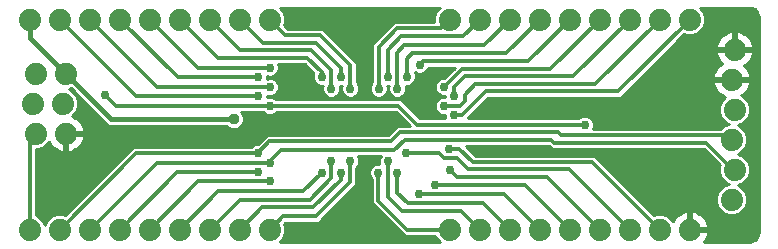
<source format=gbl>
G75*
G70*
%OFA0B0*%
%FSLAX24Y24*%
%IPPOS*%
%LPD*%
%AMOC8*
5,1,8,0,0,1.08239X$1,22.5*
%
%ADD10C,0.0740*%
%ADD11C,0.0376*%
%ADD12C,0.0160*%
%ADD13C,0.0100*%
%ADD14C,0.0300*%
%ADD15C,0.0120*%
D10*
X002150Y001650D03*
X003150Y001650D03*
X004150Y001650D03*
X005150Y001650D03*
X006150Y001650D03*
X007150Y001650D03*
X008150Y001650D03*
X009150Y001650D03*
X010150Y001650D03*
X016150Y001650D03*
X017150Y001650D03*
X018150Y001650D03*
X019150Y001650D03*
X020150Y001650D03*
X021150Y001650D03*
X022150Y001650D03*
X023150Y001650D03*
X024150Y001650D03*
X025550Y002650D03*
X025650Y003650D03*
X025550Y004650D03*
X025650Y005650D03*
X025550Y006650D03*
X025650Y007650D03*
X024150Y008650D03*
X023150Y008650D03*
X022150Y008650D03*
X021150Y008650D03*
X020150Y008650D03*
X019150Y008650D03*
X018150Y008650D03*
X017150Y008650D03*
X016150Y008650D03*
X010150Y008650D03*
X009150Y008650D03*
X008150Y008650D03*
X007150Y008650D03*
X006150Y008650D03*
X005150Y008650D03*
X004150Y008650D03*
X003150Y008650D03*
X002150Y008650D03*
X002350Y006850D03*
X003350Y006850D03*
X003250Y005850D03*
X002250Y005850D03*
X002350Y004850D03*
X003350Y004850D03*
D11*
X004650Y004640D03*
X004650Y004140D03*
X008950Y005330D03*
X013650Y005150D03*
X014150Y005150D03*
X018150Y005650D03*
X018650Y005650D03*
X011650Y001650D03*
X011150Y001650D03*
D12*
X008950Y005330D02*
X004870Y005330D01*
X003350Y006850D01*
X002150Y008050D01*
X002150Y008650D01*
D13*
X003450Y006330D02*
X003453Y006330D01*
X003518Y006357D01*
X004640Y005235D01*
X004775Y005100D01*
X008702Y005100D01*
X008758Y005043D01*
X008883Y004992D01*
X009017Y004992D01*
X009142Y005043D01*
X009237Y005138D01*
X009288Y005263D01*
X009288Y005397D01*
X009237Y005522D01*
X009198Y005560D01*
X009936Y005560D01*
X009980Y005516D01*
X010090Y005470D01*
X010210Y005470D01*
X010320Y005516D01*
X010374Y005570D01*
X014353Y005570D01*
X014823Y005100D01*
X014403Y005100D01*
X014103Y004800D01*
X010053Y004800D01*
X009753Y004500D01*
X009690Y004500D01*
X009580Y004454D01*
X009536Y004410D01*
X005613Y004410D01*
X005490Y004287D01*
X005490Y004287D01*
X003338Y002135D01*
X003338Y002135D01*
X003253Y002170D01*
X003047Y002170D01*
X002855Y002091D01*
X002709Y001945D01*
X002650Y001802D01*
X002591Y001945D01*
X002445Y002091D01*
X002360Y002126D01*
X002360Y004330D01*
X002453Y004330D01*
X002645Y004409D01*
X002791Y004555D01*
X002797Y004570D01*
X002820Y004525D01*
X002877Y004446D01*
X002946Y004377D01*
X003025Y004320D01*
X003112Y004275D01*
X003205Y004245D01*
X003300Y004230D01*
X003300Y004800D01*
X003400Y004800D01*
X003400Y004900D01*
X003970Y004900D01*
X003955Y004995D01*
X003925Y005088D01*
X003880Y005175D01*
X003823Y005254D01*
X003754Y005323D01*
X003675Y005380D01*
X003588Y005425D01*
X003567Y005431D01*
X003691Y005555D01*
X003770Y005747D01*
X003770Y005953D01*
X003691Y006145D01*
X003545Y006291D01*
X003450Y006330D01*
X003563Y006272D02*
X003603Y006272D01*
X003662Y006174D02*
X003701Y006174D01*
X003720Y006075D02*
X003800Y006075D01*
X003760Y005977D02*
X003898Y005977D01*
X003997Y005878D02*
X003770Y005878D01*
X003770Y005780D02*
X004095Y005780D01*
X004194Y005681D02*
X003743Y005681D01*
X003702Y005583D02*
X004292Y005583D01*
X004391Y005484D02*
X003619Y005484D01*
X003665Y005386D02*
X004489Y005386D01*
X004588Y005287D02*
X003790Y005287D01*
X003870Y005189D02*
X004686Y005189D01*
X003955Y004992D02*
X014295Y004992D01*
X014393Y005090D02*
X009188Y005090D01*
X009257Y005189D02*
X014735Y005189D01*
X014636Y005287D02*
X009288Y005287D01*
X009288Y005386D02*
X014538Y005386D01*
X014439Y005484D02*
X010243Y005484D01*
X010056Y005484D02*
X009252Y005484D01*
X008712Y005090D02*
X003924Y005090D01*
X003400Y004893D02*
X014196Y004893D01*
X015131Y005386D02*
X015996Y005386D01*
X015990Y005400D02*
X015990Y005470D01*
X015890Y005470D01*
X015780Y005516D01*
X015696Y005600D01*
X015650Y005710D01*
X015650Y005830D01*
X015696Y005940D01*
X015780Y006024D01*
X015890Y006070D01*
X015990Y006070D01*
X015990Y006110D01*
X015890Y006110D01*
X015780Y006156D01*
X015696Y006240D01*
X015650Y006350D01*
X015650Y006470D01*
X015696Y006580D01*
X015780Y006664D01*
X015890Y006710D01*
X015973Y006710D01*
X016313Y007050D01*
X015433Y007050D01*
X015404Y006980D01*
X015320Y006896D01*
X015210Y006850D01*
X015090Y006850D01*
X014985Y006894D01*
X015020Y006810D01*
X015020Y006690D01*
X014974Y006580D01*
X014890Y006496D01*
X014780Y006450D01*
X014683Y006450D01*
X014700Y006410D01*
X014700Y006290D01*
X014654Y006180D01*
X014570Y006096D01*
X014460Y006050D01*
X014340Y006050D01*
X014230Y006096D01*
X014146Y006180D01*
X014100Y006290D01*
X014100Y006410D01*
X014117Y006450D01*
X014063Y006450D01*
X014080Y006410D01*
X014080Y006290D01*
X014034Y006180D01*
X013950Y006096D01*
X013840Y006050D01*
X013720Y006050D01*
X013610Y006096D01*
X013526Y006180D01*
X013480Y006290D01*
X013480Y006410D01*
X013526Y006520D01*
X013570Y006564D01*
X013570Y007827D01*
X014200Y008457D01*
X014323Y008580D01*
X015630Y008580D01*
X015630Y008753D01*
X015709Y008945D01*
X015815Y009050D01*
X010485Y009050D01*
X010591Y008945D01*
X010670Y008753D01*
X010670Y008547D01*
X010635Y008462D01*
X010747Y008350D01*
X011907Y008350D01*
X012030Y008227D01*
X012030Y008227D01*
X013050Y007207D01*
X013050Y006564D01*
X013094Y006520D01*
X013140Y006410D01*
X013140Y006290D01*
X013094Y006180D01*
X013010Y006096D01*
X012900Y006050D01*
X012780Y006050D01*
X012670Y006096D01*
X012586Y006180D01*
X012540Y006290D01*
X012540Y006410D01*
X012557Y006450D01*
X012483Y006450D01*
X012500Y006410D01*
X012500Y006290D01*
X012454Y006180D01*
X012370Y006096D01*
X012260Y006050D01*
X012140Y006050D01*
X012030Y006096D01*
X011946Y006180D01*
X011900Y006290D01*
X011900Y006410D01*
X011917Y006450D01*
X011820Y006450D01*
X011710Y006496D01*
X011626Y006580D01*
X011580Y006690D01*
X011580Y006810D01*
X011607Y006876D01*
X011323Y007160D01*
X010425Y007160D01*
X010450Y007100D01*
X010450Y006980D01*
X010404Y006870D01*
X010320Y006786D01*
X010210Y006740D01*
X010090Y006740D01*
X010050Y006757D01*
X010050Y006683D01*
X010090Y006700D01*
X010210Y006700D01*
X010320Y006654D01*
X010404Y006570D01*
X010450Y006460D01*
X010450Y006340D01*
X010404Y006230D01*
X010320Y006146D01*
X010210Y006100D01*
X010090Y006100D01*
X010050Y006117D01*
X010050Y006053D01*
X010090Y006070D01*
X010210Y006070D01*
X010320Y006024D01*
X010354Y005990D01*
X014527Y005990D01*
X014650Y005867D01*
X015157Y005360D01*
X016007Y005360D01*
X015990Y005400D01*
X015856Y005484D02*
X015033Y005484D01*
X014934Y005583D02*
X015713Y005583D01*
X015662Y005681D02*
X014836Y005681D01*
X014737Y005780D02*
X015650Y005780D01*
X015670Y005878D02*
X014639Y005878D01*
X014540Y005977D02*
X015732Y005977D01*
X015762Y006174D02*
X014648Y006174D01*
X014692Y006272D02*
X015682Y006272D01*
X015650Y006371D02*
X014700Y006371D01*
X014826Y006469D02*
X015650Y006469D01*
X015691Y006568D02*
X014962Y006568D01*
X015010Y006666D02*
X015784Y006666D01*
X016028Y006765D02*
X015020Y006765D01*
X014998Y006863D02*
X015059Y006863D01*
X015241Y006863D02*
X016126Y006863D01*
X016225Y006962D02*
X015386Y006962D01*
X014100Y006371D02*
X014080Y006371D01*
X014072Y006272D02*
X014108Y006272D01*
X014152Y006174D02*
X014028Y006174D01*
X013900Y006075D02*
X014280Y006075D01*
X014520Y006075D02*
X015990Y006075D01*
X016969Y005583D02*
X025130Y005583D01*
X025130Y005547D02*
X025209Y005355D01*
X025355Y005209D01*
X025450Y005170D01*
X025447Y005170D01*
X025255Y005091D01*
X025165Y005000D01*
X020913Y005000D01*
X020950Y005090D01*
X025255Y005090D01*
X025405Y005189D02*
X020950Y005189D01*
X020950Y005210D02*
X020904Y005320D01*
X020820Y005404D01*
X020710Y005450D01*
X020590Y005450D01*
X020480Y005404D01*
X020436Y005360D01*
X016747Y005360D01*
X017437Y006050D01*
X021847Y006050D01*
X023962Y008165D01*
X024047Y008130D01*
X024253Y008130D01*
X024445Y008209D01*
X024591Y008355D01*
X024670Y008547D01*
X024670Y008753D01*
X024591Y008945D01*
X024485Y009050D01*
X026150Y009050D01*
X026209Y009044D01*
X026317Y008999D01*
X026399Y008917D01*
X026444Y008809D01*
X026450Y008750D01*
X026450Y001550D01*
X026444Y001491D01*
X026399Y001383D01*
X026317Y001301D01*
X026209Y001256D01*
X026150Y001250D01*
X024626Y001250D01*
X024680Y001325D01*
X024725Y001412D01*
X024755Y001505D01*
X024770Y001600D01*
X024200Y001600D01*
X024200Y001700D01*
X024100Y001700D01*
X024100Y002270D01*
X024005Y002255D01*
X023912Y002225D01*
X023825Y002180D01*
X023746Y002123D01*
X023677Y002054D01*
X023620Y001975D01*
X023597Y001930D01*
X023591Y001945D01*
X023445Y002091D01*
X023253Y002170D01*
X023047Y002170D01*
X022962Y002135D01*
X022962Y002135D01*
X020997Y004100D01*
X017017Y004100D01*
X016687Y004430D01*
X019453Y004430D01*
X019553Y004330D01*
X024623Y004330D01*
X025150Y003803D01*
X025130Y003753D01*
X025130Y003547D01*
X025209Y003355D01*
X025355Y003209D01*
X025450Y003170D01*
X025447Y003170D01*
X025255Y003091D01*
X025109Y002945D01*
X025030Y002753D01*
X025030Y002547D01*
X025109Y002355D01*
X025255Y002209D01*
X025447Y002130D01*
X025653Y002130D01*
X025845Y002209D01*
X025991Y002355D01*
X026070Y002547D01*
X026070Y002753D01*
X025991Y002945D01*
X025845Y003091D01*
X025750Y003130D01*
X025753Y003130D01*
X025945Y003209D01*
X026091Y003355D01*
X026170Y003547D01*
X026170Y003753D01*
X026091Y003945D01*
X025945Y004091D01*
X025753Y004170D01*
X025750Y004170D01*
X025845Y004209D01*
X025991Y004355D01*
X026070Y004547D01*
X026070Y004753D01*
X025991Y004945D01*
X025845Y005091D01*
X025750Y005130D01*
X025753Y005130D01*
X025945Y005209D01*
X026091Y005355D01*
X026170Y005547D01*
X026170Y005753D01*
X026091Y005945D01*
X025945Y006091D01*
X025875Y006120D01*
X025954Y006177D01*
X026023Y006246D01*
X026080Y006325D01*
X026125Y006412D01*
X026155Y006505D01*
X026170Y006600D01*
X025600Y006600D01*
X025600Y006700D01*
X026170Y006700D01*
X026155Y006795D01*
X026125Y006888D01*
X026080Y006975D01*
X026023Y007054D01*
X025963Y007114D01*
X025975Y007120D01*
X026054Y007177D01*
X026123Y007246D01*
X026180Y007325D01*
X026225Y007412D01*
X026255Y007505D01*
X026270Y007600D01*
X025700Y007600D01*
X025700Y007700D01*
X025600Y007700D01*
X025600Y008270D01*
X025505Y008255D01*
X025412Y008225D01*
X025325Y008180D01*
X025246Y008123D01*
X025177Y008054D01*
X025120Y007975D01*
X025075Y007888D01*
X025045Y007795D01*
X025030Y007700D01*
X025600Y007700D01*
X025600Y007600D01*
X025030Y007600D01*
X025045Y007505D01*
X025075Y007412D01*
X025120Y007325D01*
X025177Y007246D01*
X025237Y007186D01*
X025225Y007180D01*
X025146Y007123D01*
X025077Y007054D01*
X025020Y006975D01*
X024975Y006888D01*
X024945Y006795D01*
X024930Y006700D01*
X025500Y006700D01*
X025500Y006600D01*
X024930Y006600D01*
X024945Y006505D01*
X024975Y006412D01*
X025020Y006325D01*
X025077Y006246D01*
X025146Y006177D01*
X025225Y006120D01*
X025312Y006075D01*
X025333Y006069D01*
X025209Y005945D01*
X025130Y005753D01*
X025130Y005547D01*
X025156Y005484D02*
X016871Y005484D01*
X016772Y005386D02*
X020461Y005386D01*
X020839Y005386D02*
X025197Y005386D01*
X025278Y005287D02*
X020918Y005287D01*
X020950Y005210D02*
X020950Y005090D01*
X019483Y004401D02*
X016716Y004401D01*
X016815Y004302D02*
X024651Y004302D01*
X024750Y004204D02*
X016913Y004204D01*
X017012Y004105D02*
X024848Y004105D01*
X024947Y004007D02*
X021090Y004007D01*
X021189Y003908D02*
X025045Y003908D01*
X025144Y003810D02*
X021287Y003810D01*
X021386Y003711D02*
X025130Y003711D01*
X025130Y003613D02*
X021484Y003613D01*
X021583Y003514D02*
X025143Y003514D01*
X025184Y003416D02*
X021681Y003416D01*
X021780Y003317D02*
X025248Y003317D01*
X025346Y003219D02*
X021878Y003219D01*
X021977Y003120D02*
X025326Y003120D01*
X025186Y003022D02*
X022075Y003022D01*
X022174Y002923D02*
X025100Y002923D01*
X025059Y002825D02*
X022272Y002825D01*
X022371Y002726D02*
X025030Y002726D01*
X025030Y002628D02*
X022469Y002628D01*
X022568Y002529D02*
X025037Y002529D01*
X025078Y002431D02*
X022666Y002431D01*
X022765Y002332D02*
X025133Y002332D01*
X025231Y002234D02*
X024361Y002234D01*
X024388Y002225D02*
X024295Y002255D01*
X024200Y002270D01*
X024200Y001700D01*
X024770Y001700D01*
X024755Y001795D01*
X024725Y001888D01*
X024680Y001975D01*
X024623Y002054D01*
X024554Y002123D01*
X024475Y002180D01*
X024388Y002225D01*
X024537Y002135D02*
X025434Y002135D01*
X025666Y002135D02*
X026450Y002135D01*
X026450Y002037D02*
X024636Y002037D01*
X024699Y001938D02*
X026450Y001938D01*
X026450Y001840D02*
X024740Y001840D01*
X024763Y001741D02*
X026450Y001741D01*
X026450Y001643D02*
X024200Y001643D01*
X024200Y001741D02*
X024100Y001741D01*
X024100Y001840D02*
X024200Y001840D01*
X024200Y001938D02*
X024100Y001938D01*
X024100Y002037D02*
X024200Y002037D01*
X024200Y002135D02*
X024100Y002135D01*
X024100Y002234D02*
X024200Y002234D01*
X023939Y002234D02*
X022863Y002234D01*
X023338Y002135D02*
X023763Y002135D01*
X023664Y002037D02*
X023499Y002037D01*
X023594Y001938D02*
X023601Y001938D01*
X024761Y001544D02*
X026449Y001544D01*
X026425Y001446D02*
X024735Y001446D01*
X024691Y001347D02*
X026363Y001347D01*
X026450Y002234D02*
X025869Y002234D01*
X025967Y002332D02*
X026450Y002332D01*
X026450Y002431D02*
X026022Y002431D01*
X026063Y002529D02*
X026450Y002529D01*
X026450Y002628D02*
X026070Y002628D01*
X026070Y002726D02*
X026450Y002726D01*
X026450Y002825D02*
X026041Y002825D01*
X026000Y002923D02*
X026450Y002923D01*
X026450Y003022D02*
X025914Y003022D01*
X025774Y003120D02*
X026450Y003120D01*
X026450Y003219D02*
X025954Y003219D01*
X026052Y003317D02*
X026450Y003317D01*
X026450Y003416D02*
X026116Y003416D01*
X026157Y003514D02*
X026450Y003514D01*
X026450Y003613D02*
X026170Y003613D01*
X026170Y003711D02*
X026450Y003711D01*
X026450Y003810D02*
X026147Y003810D01*
X026106Y003908D02*
X026450Y003908D01*
X026450Y004007D02*
X026029Y004007D01*
X025910Y004105D02*
X026450Y004105D01*
X026450Y004204D02*
X025831Y004204D01*
X025937Y004302D02*
X026450Y004302D01*
X026450Y004401D02*
X026010Y004401D01*
X026050Y004499D02*
X026450Y004499D01*
X026450Y004598D02*
X026070Y004598D01*
X026070Y004696D02*
X026450Y004696D01*
X026450Y004795D02*
X026053Y004795D01*
X026012Y004893D02*
X026450Y004893D01*
X026450Y004992D02*
X025944Y004992D01*
X025845Y005090D02*
X026450Y005090D01*
X026450Y005189D02*
X025895Y005189D01*
X026022Y005287D02*
X026450Y005287D01*
X026450Y005386D02*
X026103Y005386D01*
X026144Y005484D02*
X026450Y005484D01*
X026450Y005583D02*
X026170Y005583D01*
X026170Y005681D02*
X026450Y005681D01*
X026450Y005780D02*
X026159Y005780D01*
X026118Y005878D02*
X026450Y005878D01*
X026450Y005977D02*
X026059Y005977D01*
X025960Y006075D02*
X026450Y006075D01*
X026450Y006174D02*
X025949Y006174D01*
X025875Y006120D02*
X025875Y006120D01*
X026042Y006272D02*
X026450Y006272D01*
X026450Y006371D02*
X026103Y006371D01*
X026143Y006469D02*
X026450Y006469D01*
X026450Y006568D02*
X026165Y006568D01*
X026450Y006666D02*
X025600Y006666D01*
X025500Y006666D02*
X022463Y006666D01*
X022364Y006568D02*
X024935Y006568D01*
X024957Y006469D02*
X022266Y006469D01*
X022167Y006371D02*
X024997Y006371D01*
X025058Y006272D02*
X022069Y006272D01*
X021970Y006174D02*
X025151Y006174D01*
X025313Y006075D02*
X021872Y006075D01*
X022561Y006765D02*
X024940Y006765D01*
X024967Y006863D02*
X022660Y006863D01*
X022758Y006962D02*
X025013Y006962D01*
X025083Y007060D02*
X022857Y007060D01*
X022955Y007159D02*
X025195Y007159D01*
X025169Y007257D02*
X023054Y007257D01*
X023152Y007356D02*
X025104Y007356D01*
X025062Y007454D02*
X023251Y007454D01*
X023349Y007553D02*
X025038Y007553D01*
X025038Y007750D02*
X023546Y007750D01*
X023448Y007651D02*
X025600Y007651D01*
X025600Y007750D02*
X025700Y007750D01*
X025700Y007700D02*
X025700Y008270D01*
X025795Y008255D01*
X025888Y008225D01*
X025975Y008180D01*
X026054Y008123D01*
X026123Y008054D01*
X026180Y007975D01*
X026225Y007888D01*
X026255Y007795D01*
X026270Y007700D01*
X025700Y007700D01*
X025700Y007651D02*
X026450Y007651D01*
X026450Y007553D02*
X026262Y007553D01*
X026238Y007454D02*
X026450Y007454D01*
X026450Y007356D02*
X026196Y007356D01*
X026131Y007257D02*
X026450Y007257D01*
X026450Y007159D02*
X026028Y007159D01*
X026017Y007060D02*
X026450Y007060D01*
X026450Y006962D02*
X026087Y006962D01*
X026133Y006863D02*
X026450Y006863D01*
X026450Y006765D02*
X026160Y006765D01*
X025241Y005977D02*
X017363Y005977D01*
X017265Y005878D02*
X025182Y005878D01*
X025141Y005780D02*
X017166Y005780D01*
X017068Y005681D02*
X025130Y005681D01*
X026262Y007750D02*
X026450Y007750D01*
X026450Y007848D02*
X026238Y007848D01*
X026195Y007947D02*
X026450Y007947D01*
X026450Y008045D02*
X026129Y008045D01*
X026026Y008144D02*
X026450Y008144D01*
X026450Y008242D02*
X025834Y008242D01*
X025700Y008242D02*
X025600Y008242D01*
X025600Y008144D02*
X025700Y008144D01*
X025700Y008045D02*
X025600Y008045D01*
X025600Y007947D02*
X025700Y007947D01*
X025700Y007848D02*
X025600Y007848D01*
X025171Y008045D02*
X023842Y008045D01*
X023744Y007947D02*
X025105Y007947D01*
X025062Y007848D02*
X023645Y007848D01*
X023941Y008144D02*
X024014Y008144D01*
X024286Y008144D02*
X025274Y008144D01*
X025466Y008242D02*
X024477Y008242D01*
X024576Y008341D02*
X026450Y008341D01*
X026450Y008439D02*
X024625Y008439D01*
X024666Y008538D02*
X026450Y008538D01*
X026450Y008636D02*
X024670Y008636D01*
X024670Y008735D02*
X026450Y008735D01*
X026434Y008833D02*
X024637Y008833D01*
X024596Y008932D02*
X026385Y008932D01*
X026243Y009030D02*
X024505Y009030D01*
X015795Y009030D02*
X010505Y009030D01*
X010596Y008932D02*
X015704Y008932D01*
X015663Y008833D02*
X010637Y008833D01*
X010670Y008735D02*
X015630Y008735D01*
X015630Y008636D02*
X010670Y008636D01*
X010666Y008538D02*
X014281Y008538D01*
X014182Y008439D02*
X010658Y008439D01*
X011916Y008341D02*
X014084Y008341D01*
X013985Y008242D02*
X012015Y008242D01*
X012113Y008144D02*
X013887Y008144D01*
X013788Y008045D02*
X012212Y008045D01*
X012310Y007947D02*
X013690Y007947D01*
X013591Y007848D02*
X012409Y007848D01*
X012507Y007750D02*
X013570Y007750D01*
X013570Y007651D02*
X012606Y007651D01*
X012704Y007553D02*
X013570Y007553D01*
X013570Y007454D02*
X012803Y007454D01*
X012901Y007356D02*
X013570Y007356D01*
X013570Y007257D02*
X013000Y007257D01*
X013050Y007159D02*
X013570Y007159D01*
X013570Y007060D02*
X013050Y007060D01*
X013050Y006962D02*
X013570Y006962D01*
X013570Y006863D02*
X013050Y006863D01*
X013050Y006765D02*
X013570Y006765D01*
X013570Y006666D02*
X013050Y006666D01*
X013050Y006568D02*
X013570Y006568D01*
X013505Y006469D02*
X013115Y006469D01*
X013140Y006371D02*
X013480Y006371D01*
X013488Y006272D02*
X013132Y006272D01*
X013088Y006174D02*
X013532Y006174D01*
X013660Y006075D02*
X012960Y006075D01*
X012720Y006075D02*
X012320Y006075D01*
X012448Y006174D02*
X012592Y006174D01*
X012548Y006272D02*
X012492Y006272D01*
X012500Y006371D02*
X012540Y006371D01*
X011952Y006174D02*
X010348Y006174D01*
X010422Y006272D02*
X011908Y006272D01*
X011900Y006371D02*
X010450Y006371D01*
X010446Y006469D02*
X011774Y006469D01*
X011638Y006568D02*
X010405Y006568D01*
X010292Y006666D02*
X011590Y006666D01*
X011580Y006765D02*
X010269Y006765D01*
X010397Y006863D02*
X011602Y006863D01*
X011521Y006962D02*
X010442Y006962D01*
X010450Y007060D02*
X011423Y007060D01*
X011324Y007159D02*
X010426Y007159D01*
X010050Y006075D02*
X012080Y006075D01*
X010048Y004795D02*
X003969Y004795D01*
X003970Y004800D02*
X003400Y004800D01*
X003400Y004230D01*
X003495Y004245D01*
X003588Y004275D01*
X003675Y004320D01*
X003754Y004377D01*
X003823Y004446D01*
X003880Y004525D01*
X003925Y004612D01*
X003955Y004705D01*
X003970Y004800D01*
X003952Y004696D02*
X009949Y004696D01*
X009851Y004598D02*
X003917Y004598D01*
X003861Y004499D02*
X009688Y004499D01*
X013084Y004100D02*
X013846Y004100D01*
X013846Y004100D01*
X013800Y003990D01*
X013800Y003870D01*
X013808Y003850D01*
X013710Y003850D01*
X013600Y003804D01*
X013516Y003720D01*
X013470Y003610D01*
X013470Y003490D01*
X013516Y003380D01*
X013560Y003336D01*
X013560Y002523D01*
X014530Y001553D01*
X014653Y001430D01*
X015678Y001430D01*
X015709Y001355D01*
X015815Y001250D01*
X010485Y001250D01*
X010591Y001355D01*
X010670Y001547D01*
X010670Y001753D01*
X010635Y001838D01*
X010677Y001880D01*
X011787Y001880D01*
X011910Y002003D01*
X013040Y003133D01*
X013040Y003716D01*
X013084Y003760D01*
X013130Y003870D01*
X013130Y003990D01*
X013084Y004100D01*
X013084Y004100D01*
X013123Y004007D02*
X013807Y004007D01*
X013800Y003908D02*
X013130Y003908D01*
X013105Y003810D02*
X013613Y003810D01*
X013512Y003711D02*
X013040Y003711D01*
X013040Y003613D02*
X013471Y003613D01*
X013470Y003514D02*
X013040Y003514D01*
X013040Y003416D02*
X013501Y003416D01*
X013560Y003317D02*
X013040Y003317D01*
X013040Y003219D02*
X013560Y003219D01*
X013560Y003120D02*
X013027Y003120D01*
X012928Y003022D02*
X013560Y003022D01*
X013560Y002923D02*
X012830Y002923D01*
X012731Y002825D02*
X013560Y002825D01*
X013560Y002726D02*
X012633Y002726D01*
X012534Y002628D02*
X013560Y002628D01*
X013560Y002529D02*
X012436Y002529D01*
X012337Y002431D02*
X013653Y002431D01*
X013751Y002332D02*
X012239Y002332D01*
X012140Y002234D02*
X013850Y002234D01*
X013948Y002135D02*
X012042Y002135D01*
X011943Y002037D02*
X014047Y002037D01*
X014145Y001938D02*
X011845Y001938D01*
X010670Y001741D02*
X014342Y001741D01*
X014244Y001840D02*
X010636Y001840D01*
X010670Y001643D02*
X014441Y001643D01*
X014539Y001544D02*
X010669Y001544D01*
X010628Y001446D02*
X014638Y001446D01*
X015718Y001347D02*
X010582Y001347D01*
X004717Y003514D02*
X002360Y003514D01*
X002360Y003416D02*
X004619Y003416D01*
X004520Y003317D02*
X002360Y003317D01*
X002360Y003219D02*
X004422Y003219D01*
X004323Y003120D02*
X002360Y003120D01*
X002360Y003022D02*
X004225Y003022D01*
X004126Y002923D02*
X002360Y002923D01*
X002360Y002825D02*
X004028Y002825D01*
X003929Y002726D02*
X002360Y002726D01*
X002360Y002628D02*
X003831Y002628D01*
X003732Y002529D02*
X002360Y002529D01*
X002360Y002431D02*
X003634Y002431D01*
X003535Y002332D02*
X002360Y002332D01*
X002360Y002234D02*
X003437Y002234D01*
X002962Y002135D02*
X002360Y002135D01*
X002499Y002037D02*
X002801Y002037D01*
X002706Y001938D02*
X002594Y001938D01*
X002634Y001840D02*
X002666Y001840D01*
X002360Y003613D02*
X004816Y003613D01*
X004914Y003711D02*
X002360Y003711D01*
X002360Y003810D02*
X005013Y003810D01*
X005111Y003908D02*
X002360Y003908D01*
X002360Y004007D02*
X005210Y004007D01*
X005308Y004105D02*
X002360Y004105D01*
X002360Y004204D02*
X005407Y004204D01*
X005505Y004302D02*
X003640Y004302D01*
X003777Y004401D02*
X005604Y004401D01*
X003400Y004401D02*
X003300Y004401D01*
X003300Y004499D02*
X003400Y004499D01*
X003400Y004598D02*
X003300Y004598D01*
X003300Y004696D02*
X003400Y004696D01*
X003400Y004795D02*
X003300Y004795D01*
X002839Y004499D02*
X002734Y004499D01*
X002624Y004401D02*
X002923Y004401D01*
X003060Y004302D02*
X002360Y004302D01*
X003300Y004302D02*
X003400Y004302D01*
D14*
X004650Y006150D03*
X009750Y006090D03*
X010150Y006400D03*
X009750Y006720D03*
X010150Y007040D03*
X011880Y006750D03*
X012520Y006750D03*
X012200Y006350D03*
X011650Y006150D03*
X012840Y006350D03*
X013780Y006350D03*
X014400Y006350D03*
X014100Y006750D03*
X014720Y006750D03*
X015150Y007150D03*
X015950Y006410D03*
X016290Y006090D03*
X015950Y005770D03*
X016290Y005460D03*
X016130Y004350D03*
X014710Y004200D03*
X014100Y003930D03*
X014400Y003550D03*
X013770Y003550D03*
X012830Y003930D03*
X012200Y003930D03*
X011890Y003550D03*
X012520Y003550D03*
X010150Y003260D03*
X009750Y003560D03*
X010150Y003880D03*
X009750Y004200D03*
X010150Y005770D03*
X016150Y003650D03*
X015650Y003150D03*
X015120Y002850D03*
X020650Y005150D03*
X023150Y005900D03*
X011150Y008650D03*
D15*
X010660Y008140D02*
X010150Y008650D01*
X009920Y007880D02*
X009150Y008650D01*
X008150Y008650D02*
X009170Y007630D01*
X011540Y007630D01*
X012200Y006970D01*
X012200Y006350D01*
X012840Y006350D02*
X012840Y007120D01*
X011820Y008140D01*
X010660Y008140D01*
X009920Y007880D02*
X011690Y007880D01*
X012520Y007050D01*
X012520Y006750D01*
X011880Y006750D02*
X011880Y006900D01*
X011410Y007370D01*
X008430Y007370D01*
X007150Y008650D01*
X006150Y008650D02*
X007760Y007040D01*
X010150Y007040D01*
X009750Y006720D02*
X007080Y006720D01*
X005150Y008650D01*
X004150Y008650D02*
X006400Y006400D01*
X010150Y006400D01*
X009750Y006090D02*
X005710Y006090D01*
X003150Y008650D01*
X004650Y006150D02*
X005030Y005770D01*
X010150Y005770D01*
X010160Y005780D01*
X014440Y005780D01*
X015070Y005150D01*
X020650Y005150D01*
X019860Y004790D02*
X019760Y004890D01*
X014490Y004890D01*
X014190Y004590D01*
X010140Y004590D01*
X009750Y004200D01*
X005700Y004200D01*
X003150Y001650D01*
X004150Y001650D02*
X006380Y003880D01*
X010150Y003880D01*
X010150Y003940D01*
X010520Y004310D01*
X014310Y004310D01*
X014650Y004650D01*
X014660Y004640D01*
X019540Y004640D01*
X019640Y004540D01*
X024710Y004540D01*
X025600Y003650D01*
X025650Y003650D01*
X025550Y004650D02*
X025410Y004790D01*
X019860Y004790D01*
X020910Y003890D02*
X023150Y001650D01*
X022150Y001650D02*
X020140Y003660D01*
X016760Y003660D01*
X016400Y004020D01*
X015960Y004020D01*
X015780Y004200D01*
X014710Y004200D01*
X014100Y003930D02*
X014100Y002720D01*
X014550Y002270D01*
X016530Y002270D01*
X017150Y001650D01*
X016150Y001650D02*
X016140Y001640D01*
X014740Y001640D01*
X013770Y002610D01*
X013770Y003550D01*
X014400Y003550D02*
X014400Y002880D01*
X014750Y002530D01*
X017270Y002530D01*
X018150Y001650D01*
X019150Y001650D02*
X017950Y002850D01*
X015120Y002850D01*
X015650Y003150D02*
X018650Y003150D01*
X020150Y001650D01*
X021150Y001650D02*
X019400Y003400D01*
X016400Y003400D01*
X016150Y003650D01*
X016470Y004350D02*
X016930Y003890D01*
X020910Y003890D01*
X016470Y004350D02*
X016130Y004350D01*
X016290Y005460D02*
X016550Y005460D01*
X017350Y006260D01*
X021760Y006260D01*
X024150Y008650D01*
X023150Y008650D02*
X021010Y006510D01*
X017010Y006510D01*
X016650Y006150D01*
X016650Y005940D01*
X016480Y005770D01*
X015950Y005770D01*
X016290Y006090D02*
X016300Y006100D01*
X016300Y006390D01*
X016670Y006760D01*
X020260Y006760D01*
X022150Y008650D01*
X021150Y008650D02*
X019510Y007010D01*
X016570Y007010D01*
X015970Y006410D01*
X015950Y006410D01*
X014720Y006750D02*
X014720Y007350D01*
X014890Y007520D01*
X018020Y007520D01*
X019150Y008650D01*
X018150Y008650D02*
X017290Y007790D01*
X014640Y007790D01*
X014400Y007550D01*
X014400Y006350D01*
X013780Y006350D02*
X013780Y007740D01*
X014410Y008370D01*
X015870Y008370D01*
X016150Y008650D01*
X016590Y008090D02*
X017150Y008650D01*
X016590Y008090D02*
X014540Y008090D01*
X014100Y007650D01*
X014100Y006750D01*
X015150Y007150D02*
X015260Y007260D01*
X018760Y007260D01*
X020150Y008650D01*
X012830Y003930D02*
X012830Y003220D01*
X011700Y002090D01*
X010590Y002090D01*
X010150Y001650D01*
X009900Y002400D02*
X009150Y001650D01*
X009150Y002650D02*
X008150Y001650D01*
X007150Y001650D02*
X008420Y002920D01*
X011260Y002920D01*
X011890Y003550D01*
X012200Y003370D02*
X011480Y002650D01*
X009150Y002650D01*
X009900Y002400D02*
X011610Y002400D01*
X012520Y003310D01*
X012520Y003550D01*
X012200Y003370D02*
X012200Y003930D01*
X010150Y003260D02*
X007760Y003260D01*
X006150Y001650D01*
X005150Y001650D02*
X007060Y003560D01*
X009750Y003560D01*
X002350Y004850D02*
X002150Y004650D01*
X002150Y001650D01*
M02*

</source>
